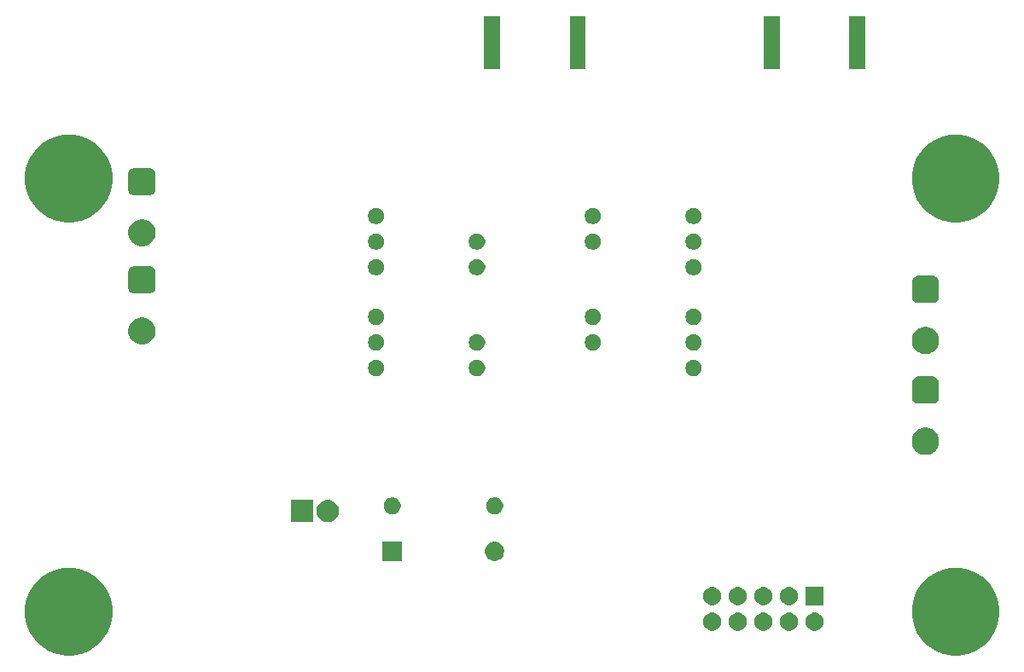
<source format=gbr>
G04 #@! TF.GenerationSoftware,KiCad,Pcbnew,5.1.6-c6e7f7d~87~ubuntu18.04.1*
G04 #@! TF.CreationDate,2021-01-06T14:43:31+00:00*
G04 #@! TF.ProjectId,multi-smtpa,6d756c74-692d-4736-9d74-70612e6b6963,rev?*
G04 #@! TF.SameCoordinates,Original*
G04 #@! TF.FileFunction,Soldermask,Bot*
G04 #@! TF.FilePolarity,Negative*
%FSLAX46Y46*%
G04 Gerber Fmt 4.6, Leading zero omitted, Abs format (unit mm)*
G04 Created by KiCad (PCBNEW 5.1.6-c6e7f7d~87~ubuntu18.04.1) date 2021-01-06 14:43:31*
%MOMM*%
%LPD*%
G01*
G04 APERTURE LIST*
%ADD10C,0.100000*%
G04 APERTURE END LIST*
D10*
G36*
X194548156Y-94672794D02*
G01*
X195269140Y-94816206D01*
X196060972Y-95144193D01*
X196773601Y-95620357D01*
X197379643Y-96226399D01*
X197855807Y-96939028D01*
X198183794Y-97730860D01*
X198351000Y-98571464D01*
X198351000Y-99428536D01*
X198183794Y-100269140D01*
X197855807Y-101060972D01*
X197379643Y-101773601D01*
X196773601Y-102379643D01*
X196060972Y-102855807D01*
X195269140Y-103183794D01*
X194548156Y-103327206D01*
X194428537Y-103351000D01*
X193571463Y-103351000D01*
X193451844Y-103327206D01*
X192730860Y-103183794D01*
X191939028Y-102855807D01*
X191226399Y-102379643D01*
X190620357Y-101773601D01*
X190144193Y-101060972D01*
X189816206Y-100269140D01*
X189649000Y-99428536D01*
X189649000Y-98571464D01*
X189816206Y-97730860D01*
X190144193Y-96939028D01*
X190620357Y-96226399D01*
X191226399Y-95620357D01*
X191939028Y-95144193D01*
X192730860Y-94816206D01*
X193451844Y-94672794D01*
X193571463Y-94649000D01*
X194428537Y-94649000D01*
X194548156Y-94672794D01*
G37*
G36*
X106548156Y-94672794D02*
G01*
X107269140Y-94816206D01*
X108060972Y-95144193D01*
X108773601Y-95620357D01*
X109379643Y-96226399D01*
X109855807Y-96939028D01*
X110183794Y-97730860D01*
X110351000Y-98571464D01*
X110351000Y-99428536D01*
X110183794Y-100269140D01*
X109855807Y-101060972D01*
X109379643Y-101773601D01*
X108773601Y-102379643D01*
X108060972Y-102855807D01*
X107269140Y-103183794D01*
X106548156Y-103327206D01*
X106428537Y-103351000D01*
X105571463Y-103351000D01*
X105451844Y-103327206D01*
X104730860Y-103183794D01*
X103939028Y-102855807D01*
X103226399Y-102379643D01*
X102620357Y-101773601D01*
X102144193Y-101060972D01*
X101816206Y-100269140D01*
X101649000Y-99428536D01*
X101649000Y-98571464D01*
X101816206Y-97730860D01*
X102144193Y-96939028D01*
X102620357Y-96226399D01*
X103226399Y-95620357D01*
X103939028Y-95144193D01*
X104730860Y-94816206D01*
X105451844Y-94672794D01*
X105571463Y-94649000D01*
X106428537Y-94649000D01*
X106548156Y-94672794D01*
G37*
G36*
X172493512Y-99103927D02*
G01*
X172642812Y-99133624D01*
X172806784Y-99201544D01*
X172954354Y-99300147D01*
X173079853Y-99425646D01*
X173178456Y-99573216D01*
X173246376Y-99737188D01*
X173281000Y-99911259D01*
X173281000Y-100088741D01*
X173246376Y-100262812D01*
X173178456Y-100426784D01*
X173079853Y-100574354D01*
X172954354Y-100699853D01*
X172806784Y-100798456D01*
X172642812Y-100866376D01*
X172493512Y-100896073D01*
X172468742Y-100901000D01*
X172291258Y-100901000D01*
X172266488Y-100896073D01*
X172117188Y-100866376D01*
X171953216Y-100798456D01*
X171805646Y-100699853D01*
X171680147Y-100574354D01*
X171581544Y-100426784D01*
X171513624Y-100262812D01*
X171479000Y-100088741D01*
X171479000Y-99911259D01*
X171513624Y-99737188D01*
X171581544Y-99573216D01*
X171680147Y-99425646D01*
X171805646Y-99300147D01*
X171953216Y-99201544D01*
X172117188Y-99133624D01*
X172266488Y-99103927D01*
X172291258Y-99099000D01*
X172468742Y-99099000D01*
X172493512Y-99103927D01*
G37*
G36*
X175033512Y-99103927D02*
G01*
X175182812Y-99133624D01*
X175346784Y-99201544D01*
X175494354Y-99300147D01*
X175619853Y-99425646D01*
X175718456Y-99573216D01*
X175786376Y-99737188D01*
X175821000Y-99911259D01*
X175821000Y-100088741D01*
X175786376Y-100262812D01*
X175718456Y-100426784D01*
X175619853Y-100574354D01*
X175494354Y-100699853D01*
X175346784Y-100798456D01*
X175182812Y-100866376D01*
X175033512Y-100896073D01*
X175008742Y-100901000D01*
X174831258Y-100901000D01*
X174806488Y-100896073D01*
X174657188Y-100866376D01*
X174493216Y-100798456D01*
X174345646Y-100699853D01*
X174220147Y-100574354D01*
X174121544Y-100426784D01*
X174053624Y-100262812D01*
X174019000Y-100088741D01*
X174019000Y-99911259D01*
X174053624Y-99737188D01*
X174121544Y-99573216D01*
X174220147Y-99425646D01*
X174345646Y-99300147D01*
X174493216Y-99201544D01*
X174657188Y-99133624D01*
X174806488Y-99103927D01*
X174831258Y-99099000D01*
X175008742Y-99099000D01*
X175033512Y-99103927D01*
G37*
G36*
X177573512Y-99103927D02*
G01*
X177722812Y-99133624D01*
X177886784Y-99201544D01*
X178034354Y-99300147D01*
X178159853Y-99425646D01*
X178258456Y-99573216D01*
X178326376Y-99737188D01*
X178361000Y-99911259D01*
X178361000Y-100088741D01*
X178326376Y-100262812D01*
X178258456Y-100426784D01*
X178159853Y-100574354D01*
X178034354Y-100699853D01*
X177886784Y-100798456D01*
X177722812Y-100866376D01*
X177573512Y-100896073D01*
X177548742Y-100901000D01*
X177371258Y-100901000D01*
X177346488Y-100896073D01*
X177197188Y-100866376D01*
X177033216Y-100798456D01*
X176885646Y-100699853D01*
X176760147Y-100574354D01*
X176661544Y-100426784D01*
X176593624Y-100262812D01*
X176559000Y-100088741D01*
X176559000Y-99911259D01*
X176593624Y-99737188D01*
X176661544Y-99573216D01*
X176760147Y-99425646D01*
X176885646Y-99300147D01*
X177033216Y-99201544D01*
X177197188Y-99133624D01*
X177346488Y-99103927D01*
X177371258Y-99099000D01*
X177548742Y-99099000D01*
X177573512Y-99103927D01*
G37*
G36*
X180113512Y-99103927D02*
G01*
X180262812Y-99133624D01*
X180426784Y-99201544D01*
X180574354Y-99300147D01*
X180699853Y-99425646D01*
X180798456Y-99573216D01*
X180866376Y-99737188D01*
X180901000Y-99911259D01*
X180901000Y-100088741D01*
X180866376Y-100262812D01*
X180798456Y-100426784D01*
X180699853Y-100574354D01*
X180574354Y-100699853D01*
X180426784Y-100798456D01*
X180262812Y-100866376D01*
X180113512Y-100896073D01*
X180088742Y-100901000D01*
X179911258Y-100901000D01*
X179886488Y-100896073D01*
X179737188Y-100866376D01*
X179573216Y-100798456D01*
X179425646Y-100699853D01*
X179300147Y-100574354D01*
X179201544Y-100426784D01*
X179133624Y-100262812D01*
X179099000Y-100088741D01*
X179099000Y-99911259D01*
X179133624Y-99737188D01*
X179201544Y-99573216D01*
X179300147Y-99425646D01*
X179425646Y-99300147D01*
X179573216Y-99201544D01*
X179737188Y-99133624D01*
X179886488Y-99103927D01*
X179911258Y-99099000D01*
X180088742Y-99099000D01*
X180113512Y-99103927D01*
G37*
G36*
X169953512Y-99103927D02*
G01*
X170102812Y-99133624D01*
X170266784Y-99201544D01*
X170414354Y-99300147D01*
X170539853Y-99425646D01*
X170638456Y-99573216D01*
X170706376Y-99737188D01*
X170741000Y-99911259D01*
X170741000Y-100088741D01*
X170706376Y-100262812D01*
X170638456Y-100426784D01*
X170539853Y-100574354D01*
X170414354Y-100699853D01*
X170266784Y-100798456D01*
X170102812Y-100866376D01*
X169953512Y-100896073D01*
X169928742Y-100901000D01*
X169751258Y-100901000D01*
X169726488Y-100896073D01*
X169577188Y-100866376D01*
X169413216Y-100798456D01*
X169265646Y-100699853D01*
X169140147Y-100574354D01*
X169041544Y-100426784D01*
X168973624Y-100262812D01*
X168939000Y-100088741D01*
X168939000Y-99911259D01*
X168973624Y-99737188D01*
X169041544Y-99573216D01*
X169140147Y-99425646D01*
X169265646Y-99300147D01*
X169413216Y-99201544D01*
X169577188Y-99133624D01*
X169726488Y-99103927D01*
X169751258Y-99099000D01*
X169928742Y-99099000D01*
X169953512Y-99103927D01*
G37*
G36*
X180901000Y-98361000D02*
G01*
X179099000Y-98361000D01*
X179099000Y-96559000D01*
X180901000Y-96559000D01*
X180901000Y-98361000D01*
G37*
G36*
X169953512Y-96563927D02*
G01*
X170102812Y-96593624D01*
X170266784Y-96661544D01*
X170414354Y-96760147D01*
X170539853Y-96885646D01*
X170638456Y-97033216D01*
X170706376Y-97197188D01*
X170741000Y-97371259D01*
X170741000Y-97548741D01*
X170706376Y-97722812D01*
X170638456Y-97886784D01*
X170539853Y-98034354D01*
X170414354Y-98159853D01*
X170266784Y-98258456D01*
X170102812Y-98326376D01*
X169953512Y-98356073D01*
X169928742Y-98361000D01*
X169751258Y-98361000D01*
X169726488Y-98356073D01*
X169577188Y-98326376D01*
X169413216Y-98258456D01*
X169265646Y-98159853D01*
X169140147Y-98034354D01*
X169041544Y-97886784D01*
X168973624Y-97722812D01*
X168939000Y-97548741D01*
X168939000Y-97371259D01*
X168973624Y-97197188D01*
X169041544Y-97033216D01*
X169140147Y-96885646D01*
X169265646Y-96760147D01*
X169413216Y-96661544D01*
X169577188Y-96593624D01*
X169726488Y-96563927D01*
X169751258Y-96559000D01*
X169928742Y-96559000D01*
X169953512Y-96563927D01*
G37*
G36*
X172493512Y-96563927D02*
G01*
X172642812Y-96593624D01*
X172806784Y-96661544D01*
X172954354Y-96760147D01*
X173079853Y-96885646D01*
X173178456Y-97033216D01*
X173246376Y-97197188D01*
X173281000Y-97371259D01*
X173281000Y-97548741D01*
X173246376Y-97722812D01*
X173178456Y-97886784D01*
X173079853Y-98034354D01*
X172954354Y-98159853D01*
X172806784Y-98258456D01*
X172642812Y-98326376D01*
X172493512Y-98356073D01*
X172468742Y-98361000D01*
X172291258Y-98361000D01*
X172266488Y-98356073D01*
X172117188Y-98326376D01*
X171953216Y-98258456D01*
X171805646Y-98159853D01*
X171680147Y-98034354D01*
X171581544Y-97886784D01*
X171513624Y-97722812D01*
X171479000Y-97548741D01*
X171479000Y-97371259D01*
X171513624Y-97197188D01*
X171581544Y-97033216D01*
X171680147Y-96885646D01*
X171805646Y-96760147D01*
X171953216Y-96661544D01*
X172117188Y-96593624D01*
X172266488Y-96563927D01*
X172291258Y-96559000D01*
X172468742Y-96559000D01*
X172493512Y-96563927D01*
G37*
G36*
X175033512Y-96563927D02*
G01*
X175182812Y-96593624D01*
X175346784Y-96661544D01*
X175494354Y-96760147D01*
X175619853Y-96885646D01*
X175718456Y-97033216D01*
X175786376Y-97197188D01*
X175821000Y-97371259D01*
X175821000Y-97548741D01*
X175786376Y-97722812D01*
X175718456Y-97886784D01*
X175619853Y-98034354D01*
X175494354Y-98159853D01*
X175346784Y-98258456D01*
X175182812Y-98326376D01*
X175033512Y-98356073D01*
X175008742Y-98361000D01*
X174831258Y-98361000D01*
X174806488Y-98356073D01*
X174657188Y-98326376D01*
X174493216Y-98258456D01*
X174345646Y-98159853D01*
X174220147Y-98034354D01*
X174121544Y-97886784D01*
X174053624Y-97722812D01*
X174019000Y-97548741D01*
X174019000Y-97371259D01*
X174053624Y-97197188D01*
X174121544Y-97033216D01*
X174220147Y-96885646D01*
X174345646Y-96760147D01*
X174493216Y-96661544D01*
X174657188Y-96593624D01*
X174806488Y-96563927D01*
X174831258Y-96559000D01*
X175008742Y-96559000D01*
X175033512Y-96563927D01*
G37*
G36*
X177573512Y-96563927D02*
G01*
X177722812Y-96593624D01*
X177886784Y-96661544D01*
X178034354Y-96760147D01*
X178159853Y-96885646D01*
X178258456Y-97033216D01*
X178326376Y-97197188D01*
X178361000Y-97371259D01*
X178361000Y-97548741D01*
X178326376Y-97722812D01*
X178258456Y-97886784D01*
X178159853Y-98034354D01*
X178034354Y-98159853D01*
X177886784Y-98258456D01*
X177722812Y-98326376D01*
X177573512Y-98356073D01*
X177548742Y-98361000D01*
X177371258Y-98361000D01*
X177346488Y-98356073D01*
X177197188Y-98326376D01*
X177033216Y-98258456D01*
X176885646Y-98159853D01*
X176760147Y-98034354D01*
X176661544Y-97886784D01*
X176593624Y-97722812D01*
X176559000Y-97548741D01*
X176559000Y-97371259D01*
X176593624Y-97197188D01*
X176661544Y-97033216D01*
X176760147Y-96885646D01*
X176885646Y-96760147D01*
X177033216Y-96661544D01*
X177197188Y-96593624D01*
X177346488Y-96563927D01*
X177371258Y-96559000D01*
X177548742Y-96559000D01*
X177573512Y-96563927D01*
G37*
G36*
X139041000Y-93951000D02*
G01*
X137139000Y-93951000D01*
X137139000Y-92049000D01*
X139041000Y-92049000D01*
X139041000Y-93951000D01*
G37*
G36*
X148527395Y-92085546D02*
G01*
X148700466Y-92157234D01*
X148700467Y-92157235D01*
X148856227Y-92261310D01*
X148988690Y-92393773D01*
X148988691Y-92393775D01*
X149092766Y-92549534D01*
X149164454Y-92722605D01*
X149201000Y-92906333D01*
X149201000Y-93093667D01*
X149164454Y-93277395D01*
X149092766Y-93450466D01*
X149092765Y-93450467D01*
X148988690Y-93606227D01*
X148856227Y-93738690D01*
X148777818Y-93791081D01*
X148700466Y-93842766D01*
X148527395Y-93914454D01*
X148343667Y-93951000D01*
X148156333Y-93951000D01*
X147972605Y-93914454D01*
X147799534Y-93842766D01*
X147722182Y-93791081D01*
X147643773Y-93738690D01*
X147511310Y-93606227D01*
X147407235Y-93450467D01*
X147407234Y-93450466D01*
X147335546Y-93277395D01*
X147299000Y-93093667D01*
X147299000Y-92906333D01*
X147335546Y-92722605D01*
X147407234Y-92549534D01*
X147511309Y-92393775D01*
X147511310Y-92393773D01*
X147643773Y-92261310D01*
X147799533Y-92157235D01*
X147799534Y-92157234D01*
X147972605Y-92085546D01*
X148156333Y-92049000D01*
X148343667Y-92049000D01*
X148527395Y-92085546D01*
G37*
G36*
X130251000Y-90101000D02*
G01*
X128049000Y-90101000D01*
X128049000Y-87899000D01*
X130251000Y-87899000D01*
X130251000Y-90101000D01*
G37*
G36*
X131904794Y-87920155D02*
G01*
X132011150Y-87941311D01*
X132111334Y-87982809D01*
X132211520Y-88024307D01*
X132391844Y-88144795D01*
X132545205Y-88298156D01*
X132665693Y-88478480D01*
X132665693Y-88478481D01*
X132748689Y-88678850D01*
X132791000Y-88891561D01*
X132791000Y-89108439D01*
X132748689Y-89321150D01*
X132665693Y-89521520D01*
X132545205Y-89701844D01*
X132391844Y-89855205D01*
X132211520Y-89975693D01*
X132011150Y-90058689D01*
X131904794Y-90079845D01*
X131798440Y-90101000D01*
X131581560Y-90101000D01*
X131475205Y-90079844D01*
X131368850Y-90058689D01*
X131168480Y-89975693D01*
X130988156Y-89855205D01*
X130834795Y-89701844D01*
X130714307Y-89521520D01*
X130631311Y-89321150D01*
X130589000Y-89108439D01*
X130589000Y-88891561D01*
X130631311Y-88678850D01*
X130714307Y-88478481D01*
X130714307Y-88478480D01*
X130834795Y-88298156D01*
X130988156Y-88144795D01*
X131168480Y-88024307D01*
X131268666Y-87982809D01*
X131368850Y-87941311D01*
X131475206Y-87920155D01*
X131581560Y-87899000D01*
X131798440Y-87899000D01*
X131904794Y-87920155D01*
G37*
G36*
X138338228Y-87681703D02*
G01*
X138493100Y-87745853D01*
X138632481Y-87838985D01*
X138751015Y-87957519D01*
X138844147Y-88096900D01*
X138908297Y-88251772D01*
X138941000Y-88416184D01*
X138941000Y-88583816D01*
X138908297Y-88748228D01*
X138844147Y-88903100D01*
X138751015Y-89042481D01*
X138632481Y-89161015D01*
X138493100Y-89254147D01*
X138338228Y-89318297D01*
X138173816Y-89351000D01*
X138006184Y-89351000D01*
X137841772Y-89318297D01*
X137686900Y-89254147D01*
X137547519Y-89161015D01*
X137428985Y-89042481D01*
X137335853Y-88903100D01*
X137271703Y-88748228D01*
X137239000Y-88583816D01*
X137239000Y-88416184D01*
X137271703Y-88251772D01*
X137335853Y-88096900D01*
X137428985Y-87957519D01*
X137547519Y-87838985D01*
X137686900Y-87745853D01*
X137841772Y-87681703D01*
X138006184Y-87649000D01*
X138173816Y-87649000D01*
X138338228Y-87681703D01*
G37*
G36*
X148498228Y-87681703D02*
G01*
X148653100Y-87745853D01*
X148792481Y-87838985D01*
X148911015Y-87957519D01*
X149004147Y-88096900D01*
X149068297Y-88251772D01*
X149101000Y-88416184D01*
X149101000Y-88583816D01*
X149068297Y-88748228D01*
X149004147Y-88903100D01*
X148911015Y-89042481D01*
X148792481Y-89161015D01*
X148653100Y-89254147D01*
X148498228Y-89318297D01*
X148333816Y-89351000D01*
X148166184Y-89351000D01*
X148001772Y-89318297D01*
X147846900Y-89254147D01*
X147707519Y-89161015D01*
X147588985Y-89042481D01*
X147495853Y-88903100D01*
X147431703Y-88748228D01*
X147399000Y-88583816D01*
X147399000Y-88416184D01*
X147431703Y-88251772D01*
X147495853Y-88096900D01*
X147588985Y-87957519D01*
X147707519Y-87838985D01*
X147846900Y-87745853D01*
X148001772Y-87681703D01*
X148166184Y-87649000D01*
X148333816Y-87649000D01*
X148498228Y-87681703D01*
G37*
G36*
X191394072Y-80780918D02*
G01*
X191639939Y-80882759D01*
X191861212Y-81030610D01*
X192049390Y-81218788D01*
X192197241Y-81440061D01*
X192299082Y-81685928D01*
X192351000Y-81946938D01*
X192351000Y-82213062D01*
X192299082Y-82474072D01*
X192197241Y-82719939D01*
X192049390Y-82941212D01*
X191861212Y-83129390D01*
X191639939Y-83277241D01*
X191639938Y-83277242D01*
X191639937Y-83277242D01*
X191394072Y-83379082D01*
X191133063Y-83431000D01*
X190866937Y-83431000D01*
X190605928Y-83379082D01*
X190360063Y-83277242D01*
X190360062Y-83277242D01*
X190360061Y-83277241D01*
X190138788Y-83129390D01*
X189950610Y-82941212D01*
X189802759Y-82719939D01*
X189700918Y-82474072D01*
X189649000Y-82213062D01*
X189649000Y-81946938D01*
X189700918Y-81685928D01*
X189802759Y-81440061D01*
X189950610Y-81218788D01*
X190138788Y-81030610D01*
X190360061Y-80882759D01*
X190605928Y-80780918D01*
X190866937Y-80729000D01*
X191133063Y-80729000D01*
X191394072Y-80780918D01*
G37*
G36*
X191857473Y-75661371D02*
G01*
X191972353Y-75696220D01*
X192078228Y-75752811D01*
X192171029Y-75828971D01*
X192247189Y-75921772D01*
X192303780Y-76027647D01*
X192338629Y-76142527D01*
X192351000Y-76268140D01*
X192351000Y-77731860D01*
X192338629Y-77857473D01*
X192303780Y-77972353D01*
X192247189Y-78078228D01*
X192171029Y-78171029D01*
X192078228Y-78247189D01*
X191972353Y-78303780D01*
X191857473Y-78338629D01*
X191731860Y-78351000D01*
X190268140Y-78351000D01*
X190142527Y-78338629D01*
X190027647Y-78303780D01*
X189921772Y-78247189D01*
X189828971Y-78171029D01*
X189752811Y-78078228D01*
X189696220Y-77972353D01*
X189661371Y-77857473D01*
X189649000Y-77731860D01*
X189649000Y-76268140D01*
X189661371Y-76142527D01*
X189696220Y-76027647D01*
X189752811Y-75921772D01*
X189828971Y-75828971D01*
X189921772Y-75752811D01*
X190027647Y-75696220D01*
X190142527Y-75661371D01*
X190268140Y-75649000D01*
X191731860Y-75649000D01*
X191857473Y-75661371D01*
G37*
G36*
X136737142Y-74008242D02*
G01*
X136885101Y-74069529D01*
X137018255Y-74158499D01*
X137131501Y-74271745D01*
X137220471Y-74404899D01*
X137281758Y-74552858D01*
X137313000Y-74709925D01*
X137313000Y-74870075D01*
X137281758Y-75027142D01*
X137220471Y-75175101D01*
X137131501Y-75308255D01*
X137018255Y-75421501D01*
X136885101Y-75510471D01*
X136737142Y-75571758D01*
X136580075Y-75603000D01*
X136419925Y-75603000D01*
X136262858Y-75571758D01*
X136114899Y-75510471D01*
X135981745Y-75421501D01*
X135868499Y-75308255D01*
X135779529Y-75175101D01*
X135718242Y-75027142D01*
X135687000Y-74870075D01*
X135687000Y-74709925D01*
X135718242Y-74552858D01*
X135779529Y-74404899D01*
X135868499Y-74271745D01*
X135981745Y-74158499D01*
X136114899Y-74069529D01*
X136262858Y-74008242D01*
X136419925Y-73977000D01*
X136580075Y-73977000D01*
X136737142Y-74008242D01*
G37*
G36*
X146737142Y-74008242D02*
G01*
X146885101Y-74069529D01*
X147018255Y-74158499D01*
X147131501Y-74271745D01*
X147220471Y-74404899D01*
X147281758Y-74552858D01*
X147313000Y-74709925D01*
X147313000Y-74870075D01*
X147281758Y-75027142D01*
X147220471Y-75175101D01*
X147131501Y-75308255D01*
X147018255Y-75421501D01*
X146885101Y-75510471D01*
X146737142Y-75571758D01*
X146580075Y-75603000D01*
X146419925Y-75603000D01*
X146262858Y-75571758D01*
X146114899Y-75510471D01*
X145981745Y-75421501D01*
X145868499Y-75308255D01*
X145779529Y-75175101D01*
X145718242Y-75027142D01*
X145687000Y-74870075D01*
X145687000Y-74709925D01*
X145718242Y-74552858D01*
X145779529Y-74404899D01*
X145868499Y-74271745D01*
X145981745Y-74158499D01*
X146114899Y-74069529D01*
X146262858Y-74008242D01*
X146419925Y-73977000D01*
X146580075Y-73977000D01*
X146737142Y-74008242D01*
G37*
G36*
X168237142Y-74008242D02*
G01*
X168385101Y-74069529D01*
X168518255Y-74158499D01*
X168631501Y-74271745D01*
X168720471Y-74404899D01*
X168781758Y-74552858D01*
X168813000Y-74709925D01*
X168813000Y-74870075D01*
X168781758Y-75027142D01*
X168720471Y-75175101D01*
X168631501Y-75308255D01*
X168518255Y-75421501D01*
X168385101Y-75510471D01*
X168237142Y-75571758D01*
X168080075Y-75603000D01*
X167919925Y-75603000D01*
X167762858Y-75571758D01*
X167614899Y-75510471D01*
X167481745Y-75421501D01*
X167368499Y-75308255D01*
X167279529Y-75175101D01*
X167218242Y-75027142D01*
X167187000Y-74870075D01*
X167187000Y-74709925D01*
X167218242Y-74552858D01*
X167279529Y-74404899D01*
X167368499Y-74271745D01*
X167481745Y-74158499D01*
X167614899Y-74069529D01*
X167762858Y-74008242D01*
X167919925Y-73977000D01*
X168080075Y-73977000D01*
X168237142Y-74008242D01*
G37*
G36*
X191394072Y-70780918D02*
G01*
X191639939Y-70882759D01*
X191861212Y-71030610D01*
X192049390Y-71218788D01*
X192195196Y-71437000D01*
X192197242Y-71440063D01*
X192299082Y-71685928D01*
X192351000Y-71946937D01*
X192351000Y-72213063D01*
X192328288Y-72327242D01*
X192299082Y-72474072D01*
X192197241Y-72719939D01*
X192049390Y-72941212D01*
X191861212Y-73129390D01*
X191639939Y-73277241D01*
X191639938Y-73277242D01*
X191639937Y-73277242D01*
X191394072Y-73379082D01*
X191133063Y-73431000D01*
X190866937Y-73431000D01*
X190605928Y-73379082D01*
X190360063Y-73277242D01*
X190360062Y-73277242D01*
X190360061Y-73277241D01*
X190138788Y-73129390D01*
X189950610Y-72941212D01*
X189802759Y-72719939D01*
X189700918Y-72474072D01*
X189671712Y-72327242D01*
X189649000Y-72213063D01*
X189649000Y-71946937D01*
X189700918Y-71685928D01*
X189802758Y-71440063D01*
X189804805Y-71437000D01*
X189950610Y-71218788D01*
X190138788Y-71030610D01*
X190360061Y-70882759D01*
X190605928Y-70780918D01*
X190866937Y-70729000D01*
X191133063Y-70729000D01*
X191394072Y-70780918D01*
G37*
G36*
X158237142Y-71468242D02*
G01*
X158385101Y-71529529D01*
X158518255Y-71618499D01*
X158631501Y-71731745D01*
X158720471Y-71864899D01*
X158781758Y-72012858D01*
X158813000Y-72169925D01*
X158813000Y-72330075D01*
X158781758Y-72487142D01*
X158720471Y-72635101D01*
X158631501Y-72768255D01*
X158518255Y-72881501D01*
X158385101Y-72970471D01*
X158237142Y-73031758D01*
X158080075Y-73063000D01*
X157919925Y-73063000D01*
X157762858Y-73031758D01*
X157614899Y-72970471D01*
X157481745Y-72881501D01*
X157368499Y-72768255D01*
X157279529Y-72635101D01*
X157218242Y-72487142D01*
X157187000Y-72330075D01*
X157187000Y-72169925D01*
X157218242Y-72012858D01*
X157279529Y-71864899D01*
X157368499Y-71731745D01*
X157481745Y-71618499D01*
X157614899Y-71529529D01*
X157762858Y-71468242D01*
X157919925Y-71437000D01*
X158080075Y-71437000D01*
X158237142Y-71468242D01*
G37*
G36*
X168237142Y-71468242D02*
G01*
X168385101Y-71529529D01*
X168518255Y-71618499D01*
X168631501Y-71731745D01*
X168720471Y-71864899D01*
X168781758Y-72012858D01*
X168813000Y-72169925D01*
X168813000Y-72330075D01*
X168781758Y-72487142D01*
X168720471Y-72635101D01*
X168631501Y-72768255D01*
X168518255Y-72881501D01*
X168385101Y-72970471D01*
X168237142Y-73031758D01*
X168080075Y-73063000D01*
X167919925Y-73063000D01*
X167762858Y-73031758D01*
X167614899Y-72970471D01*
X167481745Y-72881501D01*
X167368499Y-72768255D01*
X167279529Y-72635101D01*
X167218242Y-72487142D01*
X167187000Y-72330075D01*
X167187000Y-72169925D01*
X167218242Y-72012858D01*
X167279529Y-71864899D01*
X167368499Y-71731745D01*
X167481745Y-71618499D01*
X167614899Y-71529529D01*
X167762858Y-71468242D01*
X167919925Y-71437000D01*
X168080075Y-71437000D01*
X168237142Y-71468242D01*
G37*
G36*
X146737142Y-71468242D02*
G01*
X146885101Y-71529529D01*
X147018255Y-71618499D01*
X147131501Y-71731745D01*
X147220471Y-71864899D01*
X147281758Y-72012858D01*
X147313000Y-72169925D01*
X147313000Y-72330075D01*
X147281758Y-72487142D01*
X147220471Y-72635101D01*
X147131501Y-72768255D01*
X147018255Y-72881501D01*
X146885101Y-72970471D01*
X146737142Y-73031758D01*
X146580075Y-73063000D01*
X146419925Y-73063000D01*
X146262858Y-73031758D01*
X146114899Y-72970471D01*
X145981745Y-72881501D01*
X145868499Y-72768255D01*
X145779529Y-72635101D01*
X145718242Y-72487142D01*
X145687000Y-72330075D01*
X145687000Y-72169925D01*
X145718242Y-72012858D01*
X145779529Y-71864899D01*
X145868499Y-71731745D01*
X145981745Y-71618499D01*
X146114899Y-71529529D01*
X146262858Y-71468242D01*
X146419925Y-71437000D01*
X146580075Y-71437000D01*
X146737142Y-71468242D01*
G37*
G36*
X136737142Y-71468242D02*
G01*
X136885101Y-71529529D01*
X137018255Y-71618499D01*
X137131501Y-71731745D01*
X137220471Y-71864899D01*
X137281758Y-72012858D01*
X137313000Y-72169925D01*
X137313000Y-72330075D01*
X137281758Y-72487142D01*
X137220471Y-72635101D01*
X137131501Y-72768255D01*
X137018255Y-72881501D01*
X136885101Y-72970471D01*
X136737142Y-73031758D01*
X136580075Y-73063000D01*
X136419925Y-73063000D01*
X136262858Y-73031758D01*
X136114899Y-72970471D01*
X135981745Y-72881501D01*
X135868499Y-72768255D01*
X135779529Y-72635101D01*
X135718242Y-72487142D01*
X135687000Y-72330075D01*
X135687000Y-72169925D01*
X135718242Y-72012858D01*
X135779529Y-71864899D01*
X135868499Y-71731745D01*
X135981745Y-71618499D01*
X136114899Y-71529529D01*
X136262858Y-71468242D01*
X136419925Y-71437000D01*
X136580075Y-71437000D01*
X136737142Y-71468242D01*
G37*
G36*
X113644072Y-69830918D02*
G01*
X113889939Y-69932759D01*
X113911466Y-69947143D01*
X114111211Y-70080609D01*
X114299391Y-70268789D01*
X114447242Y-70490063D01*
X114549082Y-70735928D01*
X114601000Y-70996937D01*
X114601000Y-71263063D01*
X114549082Y-71524072D01*
X114463062Y-71731745D01*
X114447241Y-71769939D01*
X114299390Y-71991212D01*
X114111212Y-72179390D01*
X113889939Y-72327241D01*
X113889938Y-72327242D01*
X113889937Y-72327242D01*
X113644072Y-72429082D01*
X113383063Y-72481000D01*
X113116937Y-72481000D01*
X112855928Y-72429082D01*
X112610063Y-72327242D01*
X112610062Y-72327242D01*
X112610061Y-72327241D01*
X112388788Y-72179390D01*
X112200610Y-71991212D01*
X112052759Y-71769939D01*
X112036939Y-71731745D01*
X111950918Y-71524072D01*
X111899000Y-71263063D01*
X111899000Y-70996937D01*
X111950918Y-70735928D01*
X112052758Y-70490063D01*
X112200609Y-70268789D01*
X112388789Y-70080609D01*
X112588534Y-69947143D01*
X112610061Y-69932759D01*
X112855928Y-69830918D01*
X113116937Y-69779000D01*
X113383063Y-69779000D01*
X113644072Y-69830918D01*
G37*
G36*
X136737142Y-68928242D02*
G01*
X136885101Y-68989529D01*
X137018255Y-69078499D01*
X137131501Y-69191745D01*
X137220471Y-69324899D01*
X137281758Y-69472858D01*
X137313000Y-69629925D01*
X137313000Y-69790075D01*
X137281758Y-69947142D01*
X137220471Y-70095101D01*
X137131501Y-70228255D01*
X137018255Y-70341501D01*
X136885101Y-70430471D01*
X136737142Y-70491758D01*
X136580075Y-70523000D01*
X136419925Y-70523000D01*
X136262858Y-70491758D01*
X136114899Y-70430471D01*
X135981745Y-70341501D01*
X135868499Y-70228255D01*
X135779529Y-70095101D01*
X135718242Y-69947142D01*
X135687000Y-69790075D01*
X135687000Y-69629925D01*
X135718242Y-69472858D01*
X135779529Y-69324899D01*
X135868499Y-69191745D01*
X135981745Y-69078499D01*
X136114899Y-68989529D01*
X136262858Y-68928242D01*
X136419925Y-68897000D01*
X136580075Y-68897000D01*
X136737142Y-68928242D01*
G37*
G36*
X168237142Y-68928242D02*
G01*
X168385101Y-68989529D01*
X168518255Y-69078499D01*
X168631501Y-69191745D01*
X168720471Y-69324899D01*
X168781758Y-69472858D01*
X168813000Y-69629925D01*
X168813000Y-69790075D01*
X168781758Y-69947142D01*
X168720471Y-70095101D01*
X168631501Y-70228255D01*
X168518255Y-70341501D01*
X168385101Y-70430471D01*
X168237142Y-70491758D01*
X168080075Y-70523000D01*
X167919925Y-70523000D01*
X167762858Y-70491758D01*
X167614899Y-70430471D01*
X167481745Y-70341501D01*
X167368499Y-70228255D01*
X167279529Y-70095101D01*
X167218242Y-69947142D01*
X167187000Y-69790075D01*
X167187000Y-69629925D01*
X167218242Y-69472858D01*
X167279529Y-69324899D01*
X167368499Y-69191745D01*
X167481745Y-69078499D01*
X167614899Y-68989529D01*
X167762858Y-68928242D01*
X167919925Y-68897000D01*
X168080075Y-68897000D01*
X168237142Y-68928242D01*
G37*
G36*
X158237142Y-68928242D02*
G01*
X158385101Y-68989529D01*
X158518255Y-69078499D01*
X158631501Y-69191745D01*
X158720471Y-69324899D01*
X158781758Y-69472858D01*
X158813000Y-69629925D01*
X158813000Y-69790075D01*
X158781758Y-69947142D01*
X158720471Y-70095101D01*
X158631501Y-70228255D01*
X158518255Y-70341501D01*
X158385101Y-70430471D01*
X158237142Y-70491758D01*
X158080075Y-70523000D01*
X157919925Y-70523000D01*
X157762858Y-70491758D01*
X157614899Y-70430471D01*
X157481745Y-70341501D01*
X157368499Y-70228255D01*
X157279529Y-70095101D01*
X157218242Y-69947142D01*
X157187000Y-69790075D01*
X157187000Y-69629925D01*
X157218242Y-69472858D01*
X157279529Y-69324899D01*
X157368499Y-69191745D01*
X157481745Y-69078499D01*
X157614899Y-68989529D01*
X157762858Y-68928242D01*
X157919925Y-68897000D01*
X158080075Y-68897000D01*
X158237142Y-68928242D01*
G37*
G36*
X191857473Y-65661371D02*
G01*
X191972353Y-65696220D01*
X192078228Y-65752811D01*
X192171029Y-65828971D01*
X192247189Y-65921772D01*
X192303780Y-66027647D01*
X192338629Y-66142527D01*
X192351000Y-66268140D01*
X192351000Y-67731860D01*
X192338629Y-67857473D01*
X192303780Y-67972353D01*
X192247189Y-68078228D01*
X192171029Y-68171029D01*
X192078228Y-68247189D01*
X191972353Y-68303780D01*
X191857473Y-68338629D01*
X191731860Y-68351000D01*
X190268140Y-68351000D01*
X190142527Y-68338629D01*
X190027647Y-68303780D01*
X189921772Y-68247189D01*
X189828971Y-68171029D01*
X189752811Y-68078228D01*
X189696220Y-67972353D01*
X189661371Y-67857473D01*
X189649000Y-67731860D01*
X189649000Y-66268140D01*
X189661371Y-66142527D01*
X189696220Y-66027647D01*
X189752811Y-65921772D01*
X189828971Y-65828971D01*
X189921772Y-65752811D01*
X190027647Y-65696220D01*
X190142527Y-65661371D01*
X190268140Y-65649000D01*
X191731860Y-65649000D01*
X191857473Y-65661371D01*
G37*
G36*
X114107473Y-64711371D02*
G01*
X114222353Y-64746220D01*
X114328228Y-64802811D01*
X114421029Y-64878971D01*
X114497189Y-64971772D01*
X114553780Y-65077647D01*
X114588629Y-65192527D01*
X114601000Y-65318140D01*
X114601000Y-66781860D01*
X114588629Y-66907473D01*
X114553780Y-67022353D01*
X114497189Y-67128228D01*
X114421029Y-67221029D01*
X114328228Y-67297189D01*
X114222353Y-67353780D01*
X114107473Y-67388629D01*
X113981860Y-67401000D01*
X112518140Y-67401000D01*
X112392527Y-67388629D01*
X112277647Y-67353780D01*
X112171772Y-67297189D01*
X112078971Y-67221029D01*
X112002811Y-67128228D01*
X111946220Y-67022353D01*
X111911371Y-66907473D01*
X111899000Y-66781860D01*
X111899000Y-65318140D01*
X111911371Y-65192527D01*
X111946220Y-65077647D01*
X112002811Y-64971772D01*
X112078971Y-64878971D01*
X112171772Y-64802811D01*
X112277647Y-64746220D01*
X112392527Y-64711371D01*
X112518140Y-64699000D01*
X113981860Y-64699000D01*
X114107473Y-64711371D01*
G37*
G36*
X168237142Y-64008242D02*
G01*
X168385101Y-64069529D01*
X168518255Y-64158499D01*
X168631501Y-64271745D01*
X168720471Y-64404899D01*
X168781758Y-64552858D01*
X168813000Y-64709925D01*
X168813000Y-64870075D01*
X168781758Y-65027142D01*
X168720471Y-65175101D01*
X168631501Y-65308255D01*
X168518255Y-65421501D01*
X168385101Y-65510471D01*
X168237142Y-65571758D01*
X168080075Y-65603000D01*
X167919925Y-65603000D01*
X167762858Y-65571758D01*
X167614899Y-65510471D01*
X167481745Y-65421501D01*
X167368499Y-65308255D01*
X167279529Y-65175101D01*
X167218242Y-65027142D01*
X167187000Y-64870075D01*
X167187000Y-64709925D01*
X167218242Y-64552858D01*
X167279529Y-64404899D01*
X167368499Y-64271745D01*
X167481745Y-64158499D01*
X167614899Y-64069529D01*
X167762858Y-64008242D01*
X167919925Y-63977000D01*
X168080075Y-63977000D01*
X168237142Y-64008242D01*
G37*
G36*
X146737142Y-64008242D02*
G01*
X146885101Y-64069529D01*
X147018255Y-64158499D01*
X147131501Y-64271745D01*
X147220471Y-64404899D01*
X147281758Y-64552858D01*
X147313000Y-64709925D01*
X147313000Y-64870075D01*
X147281758Y-65027142D01*
X147220471Y-65175101D01*
X147131501Y-65308255D01*
X147018255Y-65421501D01*
X146885101Y-65510471D01*
X146737142Y-65571758D01*
X146580075Y-65603000D01*
X146419925Y-65603000D01*
X146262858Y-65571758D01*
X146114899Y-65510471D01*
X145981745Y-65421501D01*
X145868499Y-65308255D01*
X145779529Y-65175101D01*
X145718242Y-65027142D01*
X145687000Y-64870075D01*
X145687000Y-64709925D01*
X145718242Y-64552858D01*
X145779529Y-64404899D01*
X145868499Y-64271745D01*
X145981745Y-64158499D01*
X146114899Y-64069529D01*
X146262858Y-64008242D01*
X146419925Y-63977000D01*
X146580075Y-63977000D01*
X146737142Y-64008242D01*
G37*
G36*
X136737142Y-64008242D02*
G01*
X136885101Y-64069529D01*
X137018255Y-64158499D01*
X137131501Y-64271745D01*
X137220471Y-64404899D01*
X137281758Y-64552858D01*
X137313000Y-64709925D01*
X137313000Y-64870075D01*
X137281758Y-65027142D01*
X137220471Y-65175101D01*
X137131501Y-65308255D01*
X137018255Y-65421501D01*
X136885101Y-65510471D01*
X136737142Y-65571758D01*
X136580075Y-65603000D01*
X136419925Y-65603000D01*
X136262858Y-65571758D01*
X136114899Y-65510471D01*
X135981745Y-65421501D01*
X135868499Y-65308255D01*
X135779529Y-65175101D01*
X135718242Y-65027142D01*
X135687000Y-64870075D01*
X135687000Y-64709925D01*
X135718242Y-64552858D01*
X135779529Y-64404899D01*
X135868499Y-64271745D01*
X135981745Y-64158499D01*
X136114899Y-64069529D01*
X136262858Y-64008242D01*
X136419925Y-63977000D01*
X136580075Y-63977000D01*
X136737142Y-64008242D01*
G37*
G36*
X146737142Y-61468242D02*
G01*
X146885101Y-61529529D01*
X147018255Y-61618499D01*
X147131501Y-61731745D01*
X147220471Y-61864899D01*
X147281758Y-62012858D01*
X147313000Y-62169925D01*
X147313000Y-62330075D01*
X147281758Y-62487142D01*
X147220471Y-62635101D01*
X147131501Y-62768255D01*
X147018255Y-62881501D01*
X146885101Y-62970471D01*
X146737142Y-63031758D01*
X146580075Y-63063000D01*
X146419925Y-63063000D01*
X146262858Y-63031758D01*
X146114899Y-62970471D01*
X145981745Y-62881501D01*
X145868499Y-62768255D01*
X145779529Y-62635101D01*
X145718242Y-62487142D01*
X145687000Y-62330075D01*
X145687000Y-62169925D01*
X145718242Y-62012858D01*
X145779529Y-61864899D01*
X145868499Y-61731745D01*
X145981745Y-61618499D01*
X146114899Y-61529529D01*
X146262858Y-61468242D01*
X146419925Y-61437000D01*
X146580075Y-61437000D01*
X146737142Y-61468242D01*
G37*
G36*
X168237142Y-61468242D02*
G01*
X168385101Y-61529529D01*
X168518255Y-61618499D01*
X168631501Y-61731745D01*
X168720471Y-61864899D01*
X168781758Y-62012858D01*
X168813000Y-62169925D01*
X168813000Y-62330075D01*
X168781758Y-62487142D01*
X168720471Y-62635101D01*
X168631501Y-62768255D01*
X168518255Y-62881501D01*
X168385101Y-62970471D01*
X168237142Y-63031758D01*
X168080075Y-63063000D01*
X167919925Y-63063000D01*
X167762858Y-63031758D01*
X167614899Y-62970471D01*
X167481745Y-62881501D01*
X167368499Y-62768255D01*
X167279529Y-62635101D01*
X167218242Y-62487142D01*
X167187000Y-62330075D01*
X167187000Y-62169925D01*
X167218242Y-62012858D01*
X167279529Y-61864899D01*
X167368499Y-61731745D01*
X167481745Y-61618499D01*
X167614899Y-61529529D01*
X167762858Y-61468242D01*
X167919925Y-61437000D01*
X168080075Y-61437000D01*
X168237142Y-61468242D01*
G37*
G36*
X136737142Y-61468242D02*
G01*
X136885101Y-61529529D01*
X137018255Y-61618499D01*
X137131501Y-61731745D01*
X137220471Y-61864899D01*
X137281758Y-62012858D01*
X137313000Y-62169925D01*
X137313000Y-62330075D01*
X137281758Y-62487142D01*
X137220471Y-62635101D01*
X137131501Y-62768255D01*
X137018255Y-62881501D01*
X136885101Y-62970471D01*
X136737142Y-63031758D01*
X136580075Y-63063000D01*
X136419925Y-63063000D01*
X136262858Y-63031758D01*
X136114899Y-62970471D01*
X135981745Y-62881501D01*
X135868499Y-62768255D01*
X135779529Y-62635101D01*
X135718242Y-62487142D01*
X135687000Y-62330075D01*
X135687000Y-62169925D01*
X135718242Y-62012858D01*
X135779529Y-61864899D01*
X135868499Y-61731745D01*
X135981745Y-61618499D01*
X136114899Y-61529529D01*
X136262858Y-61468242D01*
X136419925Y-61437000D01*
X136580075Y-61437000D01*
X136737142Y-61468242D01*
G37*
G36*
X158237142Y-61468242D02*
G01*
X158385101Y-61529529D01*
X158518255Y-61618499D01*
X158631501Y-61731745D01*
X158720471Y-61864899D01*
X158781758Y-62012858D01*
X158813000Y-62169925D01*
X158813000Y-62330075D01*
X158781758Y-62487142D01*
X158720471Y-62635101D01*
X158631501Y-62768255D01*
X158518255Y-62881501D01*
X158385101Y-62970471D01*
X158237142Y-63031758D01*
X158080075Y-63063000D01*
X157919925Y-63063000D01*
X157762858Y-63031758D01*
X157614899Y-62970471D01*
X157481745Y-62881501D01*
X157368499Y-62768255D01*
X157279529Y-62635101D01*
X157218242Y-62487142D01*
X157187000Y-62330075D01*
X157187000Y-62169925D01*
X157218242Y-62012858D01*
X157279529Y-61864899D01*
X157368499Y-61731745D01*
X157481745Y-61618499D01*
X157614899Y-61529529D01*
X157762858Y-61468242D01*
X157919925Y-61437000D01*
X158080075Y-61437000D01*
X158237142Y-61468242D01*
G37*
G36*
X113644072Y-60080918D02*
G01*
X113889939Y-60182759D01*
X113958028Y-60228255D01*
X114111211Y-60330609D01*
X114299391Y-60518789D01*
X114447242Y-60740063D01*
X114549082Y-60985928D01*
X114601000Y-61246937D01*
X114601000Y-61513063D01*
X114549082Y-61774072D01*
X114450175Y-62012857D01*
X114447241Y-62019939D01*
X114299390Y-62241212D01*
X114111212Y-62429390D01*
X113889939Y-62577241D01*
X113889938Y-62577242D01*
X113889937Y-62577242D01*
X113644072Y-62679082D01*
X113383063Y-62731000D01*
X113116937Y-62731000D01*
X112855928Y-62679082D01*
X112610063Y-62577242D01*
X112610062Y-62577242D01*
X112610061Y-62577241D01*
X112388788Y-62429390D01*
X112200610Y-62241212D01*
X112052759Y-62019939D01*
X112049826Y-62012857D01*
X111950918Y-61774072D01*
X111899000Y-61513063D01*
X111899000Y-61246937D01*
X111950918Y-60985928D01*
X112052758Y-60740063D01*
X112200609Y-60518789D01*
X112388789Y-60330609D01*
X112541972Y-60228255D01*
X112610061Y-60182759D01*
X112855928Y-60080918D01*
X113116937Y-60029000D01*
X113383063Y-60029000D01*
X113644072Y-60080918D01*
G37*
G36*
X136737142Y-58928242D02*
G01*
X136885101Y-58989529D01*
X137018255Y-59078499D01*
X137131501Y-59191745D01*
X137220471Y-59324899D01*
X137281758Y-59472858D01*
X137313000Y-59629925D01*
X137313000Y-59790075D01*
X137281758Y-59947142D01*
X137220471Y-60095101D01*
X137131501Y-60228255D01*
X137018255Y-60341501D01*
X136885101Y-60430471D01*
X136737142Y-60491758D01*
X136580075Y-60523000D01*
X136419925Y-60523000D01*
X136262858Y-60491758D01*
X136114899Y-60430471D01*
X135981745Y-60341501D01*
X135868499Y-60228255D01*
X135779529Y-60095101D01*
X135718242Y-59947142D01*
X135687000Y-59790075D01*
X135687000Y-59629925D01*
X135718242Y-59472858D01*
X135779529Y-59324899D01*
X135868499Y-59191745D01*
X135981745Y-59078499D01*
X136114899Y-58989529D01*
X136262858Y-58928242D01*
X136419925Y-58897000D01*
X136580075Y-58897000D01*
X136737142Y-58928242D01*
G37*
G36*
X158237142Y-58928242D02*
G01*
X158385101Y-58989529D01*
X158518255Y-59078499D01*
X158631501Y-59191745D01*
X158720471Y-59324899D01*
X158781758Y-59472858D01*
X158813000Y-59629925D01*
X158813000Y-59790075D01*
X158781758Y-59947142D01*
X158720471Y-60095101D01*
X158631501Y-60228255D01*
X158518255Y-60341501D01*
X158385101Y-60430471D01*
X158237142Y-60491758D01*
X158080075Y-60523000D01*
X157919925Y-60523000D01*
X157762858Y-60491758D01*
X157614899Y-60430471D01*
X157481745Y-60341501D01*
X157368499Y-60228255D01*
X157279529Y-60095101D01*
X157218242Y-59947142D01*
X157187000Y-59790075D01*
X157187000Y-59629925D01*
X157218242Y-59472858D01*
X157279529Y-59324899D01*
X157368499Y-59191745D01*
X157481745Y-59078499D01*
X157614899Y-58989529D01*
X157762858Y-58928242D01*
X157919925Y-58897000D01*
X158080075Y-58897000D01*
X158237142Y-58928242D01*
G37*
G36*
X168237142Y-58928242D02*
G01*
X168385101Y-58989529D01*
X168518255Y-59078499D01*
X168631501Y-59191745D01*
X168720471Y-59324899D01*
X168781758Y-59472858D01*
X168813000Y-59629925D01*
X168813000Y-59790075D01*
X168781758Y-59947142D01*
X168720471Y-60095101D01*
X168631501Y-60228255D01*
X168518255Y-60341501D01*
X168385101Y-60430471D01*
X168237142Y-60491758D01*
X168080075Y-60523000D01*
X167919925Y-60523000D01*
X167762858Y-60491758D01*
X167614899Y-60430471D01*
X167481745Y-60341501D01*
X167368499Y-60228255D01*
X167279529Y-60095101D01*
X167218242Y-59947142D01*
X167187000Y-59790075D01*
X167187000Y-59629925D01*
X167218242Y-59472858D01*
X167279529Y-59324899D01*
X167368499Y-59191745D01*
X167481745Y-59078499D01*
X167614899Y-58989529D01*
X167762858Y-58928242D01*
X167919925Y-58897000D01*
X168080075Y-58897000D01*
X168237142Y-58928242D01*
G37*
G36*
X106548156Y-51672794D02*
G01*
X107269140Y-51816206D01*
X108060972Y-52144193D01*
X108773601Y-52620357D01*
X109379643Y-53226399D01*
X109855807Y-53939028D01*
X110183794Y-54730860D01*
X110351000Y-55571464D01*
X110351000Y-56428536D01*
X110183794Y-57269140D01*
X109855807Y-58060972D01*
X109379643Y-58773601D01*
X108773601Y-59379643D01*
X108060972Y-59855807D01*
X107269140Y-60183794D01*
X106548156Y-60327206D01*
X106428537Y-60351000D01*
X105571463Y-60351000D01*
X105451844Y-60327206D01*
X104730860Y-60183794D01*
X103939028Y-59855807D01*
X103226399Y-59379643D01*
X102620357Y-58773601D01*
X102144193Y-58060972D01*
X101816206Y-57269140D01*
X101649000Y-56428536D01*
X101649000Y-55571464D01*
X101816206Y-54730860D01*
X102144193Y-53939028D01*
X102620357Y-53226399D01*
X103226399Y-52620357D01*
X103939028Y-52144193D01*
X104730860Y-51816206D01*
X105451844Y-51672794D01*
X105571463Y-51649000D01*
X106428537Y-51649000D01*
X106548156Y-51672794D01*
G37*
G36*
X194548156Y-51672794D02*
G01*
X195269140Y-51816206D01*
X196060972Y-52144193D01*
X196773601Y-52620357D01*
X197379643Y-53226399D01*
X197855807Y-53939028D01*
X198183794Y-54730860D01*
X198351000Y-55571464D01*
X198351000Y-56428536D01*
X198183794Y-57269140D01*
X197855807Y-58060972D01*
X197379643Y-58773601D01*
X196773601Y-59379643D01*
X196060972Y-59855807D01*
X195269140Y-60183794D01*
X194548156Y-60327206D01*
X194428537Y-60351000D01*
X193571463Y-60351000D01*
X193451844Y-60327206D01*
X192730860Y-60183794D01*
X191939028Y-59855807D01*
X191226399Y-59379643D01*
X190620357Y-58773601D01*
X190144193Y-58060972D01*
X189816206Y-57269140D01*
X189649000Y-56428536D01*
X189649000Y-55571464D01*
X189816206Y-54730860D01*
X190144193Y-53939028D01*
X190620357Y-53226399D01*
X191226399Y-52620357D01*
X191939028Y-52144193D01*
X192730860Y-51816206D01*
X193451844Y-51672794D01*
X193571463Y-51649000D01*
X194428537Y-51649000D01*
X194548156Y-51672794D01*
G37*
G36*
X114107473Y-54961371D02*
G01*
X114222353Y-54996220D01*
X114328228Y-55052811D01*
X114421029Y-55128971D01*
X114497189Y-55221772D01*
X114553780Y-55327647D01*
X114588629Y-55442527D01*
X114601000Y-55568140D01*
X114601000Y-57031860D01*
X114588629Y-57157473D01*
X114553780Y-57272353D01*
X114497189Y-57378228D01*
X114421029Y-57471029D01*
X114328228Y-57547189D01*
X114222353Y-57603780D01*
X114107473Y-57638629D01*
X113981860Y-57651000D01*
X112518140Y-57651000D01*
X112392527Y-57638629D01*
X112277647Y-57603780D01*
X112171772Y-57547189D01*
X112078971Y-57471029D01*
X112002811Y-57378228D01*
X111946220Y-57272353D01*
X111911371Y-57157473D01*
X111899000Y-57031860D01*
X111899000Y-55568140D01*
X111911371Y-55442527D01*
X111946220Y-55327647D01*
X112002811Y-55221772D01*
X112078971Y-55128971D01*
X112171772Y-55052811D01*
X112277647Y-54996220D01*
X112392527Y-54961371D01*
X112518140Y-54949000D01*
X113981860Y-54949000D01*
X114107473Y-54961371D01*
G37*
G36*
X185051000Y-45091000D02*
G01*
X183449000Y-45091000D01*
X183449000Y-39909000D01*
X185051000Y-39909000D01*
X185051000Y-45091000D01*
G37*
G36*
X176551000Y-45091000D02*
G01*
X174949000Y-45091000D01*
X174949000Y-39909000D01*
X176551000Y-39909000D01*
X176551000Y-45091000D01*
G37*
G36*
X148801000Y-45091000D02*
G01*
X147199000Y-45091000D01*
X147199000Y-39909000D01*
X148801000Y-39909000D01*
X148801000Y-45091000D01*
G37*
G36*
X157301000Y-45091000D02*
G01*
X155699000Y-45091000D01*
X155699000Y-39909000D01*
X157301000Y-39909000D01*
X157301000Y-45091000D01*
G37*
M02*

</source>
